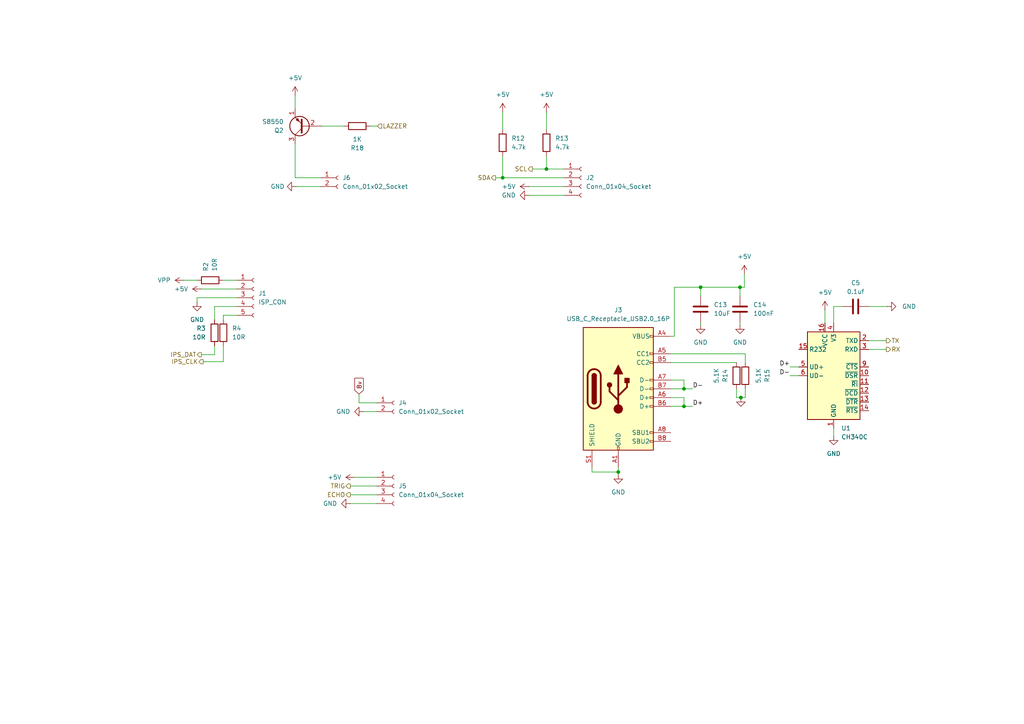
<source format=kicad_sch>
(kicad_sch (version 20231120) (generator "eeschema") (generator_version "8.0")
  (paper "A4")
  (title_block (title "HEADER") (date "2025-02-02"))
  (lib_symbols
    (symbol "+5V_1" (power) (pin_numbers hide) (pin_names (offset 0) hide)
      (property "Value" "+5V" (at 0 3.556 0))
      (symbol "+5V_1_0_1"
        (polyline (pts (xy -0.762 1.27) (xy 0 2.54)))
        (polyline (pts (xy 0 0) (xy 0 2.54)))
        (polyline (pts (xy 0 2.54) (xy 0.762 1.27)))
      )
      (symbol "+5V_1_1_1"
        (pin power_in line (at 0 0 90) (length 0) (name "~") (number "1"))
      )
    )
    (symbol "Connector:Conn_01x02_Socket" (pin_names (offset 1.016) hide)
      (property "Reference" "J" (at 0 2.54 0))
      (property "Value" "Conn_01x02_Socket" (at 0 -5.08 0))
      (symbol "Conn_01x02_Socket_1_1"
        (arc (start 0 -2.032) (mid -0.5058 -2.54) (end 0 -3.048) (stroke (width 0.1524)))
        (polyline (pts (xy -1.27 -2.54) (xy -0.508 -2.54)) (stroke (width 0.1524)))
        (polyline (pts (xy -1.27 0) (xy -0.508 0)) (stroke (width 0.1524)))
        (arc (start 0 0.508) (mid -0.5058 0) (end 0 -0.508) (stroke (width 0.1524)))
        (pin passive line (at -5.08 0 0) (length 3.81) (name "Pin_1") (number "1"))
        (pin passive line (at -5.08 -2.54 0) (length 3.81) (name "Pin_2") (number "2"))
      )
    )
    (symbol "Connector:Conn_01x04_Socket" (pin_names (offset 1.016) hide)
      (property "Reference" "J" (at 0 5.08 0))
      (property "Value" "Conn_01x04_Socket" (at 0 -7.62 0))
      (symbol "Conn_01x04_Socket_1_1"
        (arc (start 0 -4.572) (mid -0.5058 -5.08) (end 0 -5.588) (stroke (width 0.1524)))
        (arc (start 0 -2.032) (mid -0.5058 -2.54) (end 0 -3.048) (stroke (width 0.1524)))
        (polyline (pts (xy -1.27 -5.08) (xy -0.508 -5.08)) (stroke (width 0.1524)))
        (polyline (pts (xy -1.27 -2.54) (xy -0.508 -2.54)) (stroke (width 0.1524)))
        (polyline (pts (xy -1.27 0) (xy -0.508 0)) (stroke (width 0.1524)))
        (polyline (pts (xy -1.27 2.54) (xy -0.508 2.54)) (stroke (width 0.1524)))
        (arc (start 0 0.508) (mid -0.5058 0) (end 0 -0.508) (stroke (width 0.1524)))
        (arc (start 0 3.048) (mid -0.5058 2.54) (end 0 2.032) (stroke (width 0.1524)))
        (pin passive line (at -5.08 2.54 0) (length 3.81) (name "Pin_1") (number "1"))
        (pin passive line (at -5.08 0 0) (length 3.81) (name "Pin_2") (number "2"))
        (pin passive line (at -5.08 -2.54 0) (length 3.81) (name "Pin_3") (number "3"))
        (pin passive line (at -5.08 -5.08 0) (length 3.81) (name "Pin_4") (number "4"))
      )
    )
    (symbol "Connector:Conn_01x05_Socket" (pin_names (offset 1.016) hide)
      (property "Reference" "J" (at 0 7.62 0))
      (property "Value" "Conn_01x05_Socket" (at 0 -7.62 0))
      (symbol "Conn_01x05_Socket_1_1"
        (arc (start 0 -4.572) (mid -0.5058 -5.08) (end 0 -5.588) (stroke (width 0.1524)))
        (arc (start 0 -2.032) (mid -0.5058 -2.54) (end 0 -3.048) (stroke (width 0.1524)))
        (polyline (pts (xy -1.27 -5.08) (xy -0.508 -5.08)) (stroke (width 0.1524)))
        (polyline (pts (xy -1.27 -2.54) (xy -0.508 -2.54)) (stroke (width 0.1524)))
        (polyline (pts (xy -1.27 0) (xy -0.508 0)) (stroke (width 0.1524)))
        (polyline (pts (xy -1.27 2.54) (xy -0.508 2.54)) (stroke (width 0.1524)))
        (polyline (pts (xy -1.27 5.08) (xy -0.508 5.08)) (stroke (width 0.1524)))
        (arc (start 0 0.508) (mid -0.5058 0) (end 0 -0.508) (stroke (width 0.1524)))
        (arc (start 0 3.048) (mid -0.5058 2.54) (end 0 2.032) (stroke (width 0.1524)))
        (arc (start 0 5.588) (mid -0.5058 5.08) (end 0 4.572) (stroke (width 0.1524)))
        (pin passive line (at -5.08 5.08 0) (length 3.81) (name "Pin_1") (number "1"))
        (pin passive line (at -5.08 2.54 0) (length 3.81) (name "Pin_2") (number "2"))
        (pin passive line (at -5.08 0 0) (length 3.81) (name "Pin_3") (number "3"))
        (pin passive line (at -5.08 -2.54 0) (length 3.81) (name "Pin_4") (number "4"))
        (pin passive line (at -5.08 -5.08 0) (length 3.81) (name "Pin_5") (number "5"))
      )
    )
    (symbol "Connector:USB_C_Receptacle_USB2.0_16P" (pin_names (offset 1.016))
      (property "Reference" "J" (at 0 22.225 0))
      (property "Value" "USB_C_Receptacle_USB2.0_16P" (at 0 19.685 0))
      (symbol "USB_C_Receptacle_USB2.0_16P_0_0"
        (rectangle (start -0.254 -17.78) (end 0.254 -16.764))
        (rectangle (start 10.16 -14.986) (end 9.144 -15.494))
        (rectangle (start 10.16 -12.446) (end 9.144 -12.954))
        (rectangle (start 10.16 -4.826) (end 9.144 -5.334))
        (rectangle (start 10.16 -2.286) (end 9.144 -2.794))
        (rectangle (start 10.16 0.254) (end 9.144 -0.254))
        (rectangle (start 10.16 2.794) (end 9.144 2.286))
        (rectangle (start 10.16 7.874) (end 9.144 7.366))
        (rectangle (start 10.16 10.414) (end 9.144 9.906))
        (rectangle (start 10.16 15.494) (end 9.144 14.986))
      )
      (symbol "USB_C_Receptacle_USB2.0_16P_0_1"
        (rectangle (start -10.16 17.78) (end 10.16 -17.78) (stroke (width 0.254)) (fill (type background)))
        (arc (start -8.89 -3.81) (mid -6.985 -5.7067) (end -5.08 -3.81) (stroke (width 0.508)))
        (arc (start -7.62 -3.81) (mid -6.985 -4.4423) (end -6.35 -3.81) (stroke (width 0.254)))
        (arc (start -7.62 -3.81) (mid -6.985 -4.4423) (end -6.35 -3.81) (stroke (width 0.254)) (fill (type outline)))
        (rectangle (start -7.62 -3.81) (end -6.35 3.81) (stroke (width 0.254)) (fill (type outline)))
        (arc (start -6.35 3.81) (mid -6.985 4.4423) (end -7.62 3.81) (stroke (width 0.254)))
        (arc (start -6.35 3.81) (mid -6.985 4.4423) (end -7.62 3.81) (stroke (width 0.254)) (fill (type outline)))
        (arc (start -5.08 3.81) (mid -6.985 5.7067) (end -8.89 3.81) (stroke (width 0.508)))
        (circle (center -2.54 1.143) (radius 0.635) (stroke (width 0.254)) (fill (type outline)))
        (circle (center 0 -5.842) (radius 1.27) (fill (type outline)))
        (polyline (pts (xy -8.89 -3.81) (xy -8.89 3.81)) (stroke (width 0.508)))
        (polyline (pts (xy -5.08 3.81) (xy -5.08 -3.81)) (stroke (width 0.508)))
        (polyline (pts (xy 0 -5.842) (xy 0 4.318)) (stroke (width 0.508)))
        (polyline (pts (xy 0 -3.302) (xy -2.54 -0.762) (xy -2.54 0.508)) (stroke (width 0.508)))
        (polyline (pts (xy 0 -2.032) (xy 2.54 0.508) (xy 2.54 1.778)) (stroke (width 0.508)))
        (polyline (pts (xy -1.27 4.318) (xy 0 6.858) (xy 1.27 4.318) (xy -1.27 4.318)) (stroke (width 0.254)) (fill (type outline)))
        (rectangle (start 1.905 1.778) (end 3.175 3.048) (stroke (width 0.254)) (fill (type outline)))
      )
      (symbol "USB_C_Receptacle_USB2.0_16P_1_1"
        (pin passive line (at 0 -22.86 90) (length 5.08) (name "GND") (number "A1"))
        (pin passive line (at 0 -22.86 90) (length 5.08) hide (name "GND") (number "A12"))
        (pin passive line (at 15.24 15.24 180) (length 5.08) (name "VBUS") (number "A4"))
        (pin bidirectional line (at 15.24 10.16 180) (length 5.08) (name "CC1") (number "A5"))
        (pin bidirectional line (at 15.24 -2.54 180) (length 5.08) (name "D+") (number "A6"))
        (pin bidirectional line (at 15.24 2.54 180) (length 5.08) (name "D-") (number "A7"))
        (pin bidirectional line (at 15.24 -12.7 180) (length 5.08) (name "SBU1") (number "A8"))
        (pin passive line (at 15.24 15.24 180) (length 5.08) hide (name "VBUS") (number "A9"))
        (pin passive line (at 0 -22.86 90) (length 5.08) hide (name "GND") (number "B1"))
        (pin passive line (at 0 -22.86 90) (length 5.08) hide (name "GND") (number "B12"))
        (pin passive line (at 15.24 15.24 180) (length 5.08) hide (name "VBUS") (number "B4"))
        (pin bidirectional line (at 15.24 7.62 180) (length 5.08) (name "CC2") (number "B5"))
        (pin bidirectional line (at 15.24 -5.08 180) (length 5.08) (name "D+") (number "B6"))
        (pin bidirectional line (at 15.24 0 180) (length 5.08) (name "D-") (number "B7"))
        (pin bidirectional line (at 15.24 -15.24 180) (length 5.08) (name "SBU2") (number "B8"))
        (pin passive line (at 15.24 15.24 180) (length 5.08) hide (name "VBUS") (number "B9"))
        (pin passive line (at -7.62 -22.86 90) (length 5.08) (name "SHIELD") (number "S1"))
      )
    )
    (symbol "Device:C" (pin_numbers hide) (pin_names (offset 0.254))
      (property "Reference" "C" (at 0.635 2.54 0))
      (property "Value" "C" (at 0.635 -2.54 0))
      (symbol "C_0_1"
        (polyline (pts (xy -2.032 -0.762) (xy 2.032 -0.762)) (stroke (width 0.508)))
        (polyline (pts (xy -2.032 0.762) (xy 2.032 0.762)) (stroke (width 0.508)))
      )
      (symbol "C_1_1"
        (pin passive line (at 0 3.81 270) (length 2.794) (name "~") (number "1"))
        (pin passive line (at 0 -3.81 90) (length 2.794) (name "~") (number "2"))
      )
    )
    (symbol "Device:R" (pin_numbers hide) (pin_names (offset 0))
      (property "Reference" "R" (at 2.032 0 90))
      (property "Value" "R" (at 0 0 90))
      (symbol "R_0_1"
        (rectangle (start -1.016 -2.54) (end 1.016 2.54) (stroke (width 0.254)))
      )
      (symbol "R_1_1"
        (pin passive line (at 0 3.81 270) (length 1.27) (name "~") (number "1"))
        (pin passive line (at 0 -3.81 90) (length 1.27) (name "~") (number "2"))
      )
    )
    (symbol "GND_1" (power) (pin_numbers hide) (pin_names (offset 0) hide)
      (property "Value" "GND" (at 0 -3.81 0))
      (symbol "GND_1_0_1"
        (polyline (pts (xy 0 0) (xy 0 -1.27) (xy 1.27 -1.27) (xy 0 -2.54) (xy -1.27 -1.27) (xy 0 -1.27)))
      )
      (symbol "GND_1_1_1"
        (pin power_in line (at 0 0 270) (length 0) (name "~") (number "1"))
      )
    )
    (symbol "GND_2" (power) (pin_numbers hide) (pin_names (offset 0) hide)
      (property "Value" "GND" (at 0 -3.81 0))
      (symbol "GND_2_0_1"
        (polyline (pts (xy 0 0) (xy 0 -1.27) (xy 1.27 -1.27) (xy 0 -2.54) (xy -1.27 -1.27) (xy 0 -1.27)))
      )
      (symbol "GND_2_1_1"
        (pin power_in line (at 0 0 270) (length 0) (name "~") (number "1"))
      )
    )
    (symbol "GND_3" (power) (pin_numbers hide) (pin_names (offset 0) hide)
      (property "Value" "GND" (at 0 -3.81 0))
      (symbol "GND_3_0_1"
        (polyline (pts (xy 0 0) (xy 0 -1.27) (xy 1.27 -1.27) (xy 0 -2.54) (xy -1.27 -1.27) (xy 0 -1.27)))
      )
      (symbol "GND_3_1_1"
        (pin power_in line (at 0 0 270) (length 0) (name "~") (number "1"))
      )
    )
    (symbol "Interface_USB:CH340C"
      (property "Reference" "U" (at -5.08 13.97 0))
      (property "Value" "CH340C" (at 1.27 13.97 0))
      (symbol "CH340C_0_1"
        (rectangle (start -7.62 12.7) (end 7.62 -12.7) (stroke (width 0.254)) (fill (type background)))
      )
      (symbol "CH340C_1_1"
        (pin power_in line (at 0 -15.24 90) (length 2.54) (name "GND") (number "1"))
        (pin input line (at 10.16 0 180) (length 2.54) (name "~{DSR}") (number "10"))
        (pin input line (at 10.16 -2.54 180) (length 2.54) (name "~{RI}") (number "11"))
        (pin input line (at 10.16 -5.08 180) (length 2.54) (name "~{DCD}") (number "12"))
        (pin output line (at 10.16 -7.62 180) (length 2.54) (name "~{DTR}") (number "13"))
        (pin output line (at 10.16 -10.16 180) (length 2.54) (name "~{RTS}") (number "14"))
        (pin input line (at -10.16 7.62 0) (length 2.54) (name "R232") (number "15"))
        (pin power_in line (at -2.54 15.24 270) (length 2.54) (name "VCC") (number "16"))
        (pin output line (at 10.16 10.16 180) (length 2.54) (name "TXD") (number "2"))
        (pin input line (at 10.16 7.62 180) (length 2.54) (name "RXD") (number "3"))
        (pin power_out line (at 0 15.24 270) (length 2.54) (name "V3") (number "4"))
        (pin bidirectional line (at -10.16 2.54 0) (length 2.54) (name "UD+") (number "5"))
        (pin bidirectional line (at -10.16 0 0) (length 2.54) (name "UD-") (number "6"))
        (pin no_connect line (at -7.62 -5.08 0) (length 2.54) hide (name "NC") (number "7"))
        (pin no_connect line (at -7.62 -7.62 0) (length 2.54) hide (name "NC") (number "8"))
        (pin input line (at 10.16 2.54 180) (length 2.54) (name "~{CTS}") (number "9"))
      )
    )
    (symbol "Transistor_BJT:S8550" (pin_names (offset 0) hide)
      (property "Reference" "Q" (at 5.08 1.905 0))
      (property "Value" "S8550" (at 5.08 0 0))
      (symbol "S8550_0_1"
        (polyline (pts (xy 0 0) (xy 0.635 0)))
        (polyline (pts (xy 2.54 -2.54) (xy 0.635 -0.635)))
        (polyline (pts (xy 2.54 2.54) (xy 0.635 0.635)))
        (polyline (pts (xy 0.635 1.905) (xy 0.635 -1.905) (xy 0.635 -1.905)) (stroke (width 0.508)) (fill (type outline)))
        (polyline (pts (xy 1.778 -2.286) (xy 2.286 -1.778) (xy 1.27 -1.27) (xy 1.778 -2.286) (xy 1.778 -2.286)) (fill (type outline)))
        (circle (center 1.27 0) (radius 2.8194) (stroke (width 0.254)))
      )
      (symbol "S8550_1_1"
        (pin passive line (at 2.54 -5.08 90) (length 2.54) (name "E") (number "1"))
        (pin input line (at -5.08 0 0) (length 5.08) (name "B") (number "2"))
        (pin passive line (at 2.54 5.08 270) (length 2.54) (name "C") (number "3"))
      )
    )
    (symbol "power:+5V" (power) (pin_names (offset 0))
      (property "Value" "+5V" (at 0 3.556 0))
      (symbol "+5V_0_1"
        (polyline (pts (xy -0.762 1.27) (xy 0 2.54)))
        (polyline (pts (xy 0 0) (xy 0 2.54)))
        (polyline (pts (xy 0 2.54) (xy 0.762 1.27)))
      )
      (symbol "+5V_1_1"
        (pin power_in line (at 0 0 90) (length 0) hide (name "+5V") (number "1"))
      )
    )
    (symbol "power:GND" (power) (pin_names (offset 0))
      (property "Value" "GND" (at 0 -3.81 0))
      (symbol "GND_0_1"
        (polyline (pts (xy 0 0) (xy 0 -1.27) (xy 1.27 -1.27) (xy 0 -2.54) (xy -1.27 -1.27) (xy 0 -1.27)))
      )
      (symbol "GND_1_1"
        (pin power_in line (at 0 0 270) (length 0) hide (name "GND") (number "1"))
      )
    )
    (symbol "power:VPP" (power) (pin_names (offset 0))
      (property "Value" "VPP" (at 0 3.81 0))
      (symbol "VPP_0_1"
        (polyline (pts (xy -0.762 1.27) (xy 0 2.54)))
        (polyline (pts (xy 0 0) (xy 0 2.54)))
        (polyline (pts (xy 0 2.54) (xy 0.762 1.27)))
      )
      (symbol "VPP_1_1"
        (pin power_in line (at 0 0 90) (length 0) hide (name "VPP") (number "1"))
      )
    )
  )
  (junction (at 203.2 83.312))
  (junction (at 214.63 83.312))
  (junction (at 198.374 117.856))
  (junction (at 179.324 136.906))
  (junction (at 158.496 49.022))
  (junction (at 198.374 112.776))
  (junction (at 145.796 51.562))
  (junction (at 214.884 115.316))
  (wire (pts (xy 194.564 112.776) (xy 198.374 112.776)))
  (wire (pts (xy 203.2 83.312) (xy 203.2 85.852)))
  (wire (pts (xy 179.324 136.906) (xy 179.324 137.668)))
  (wire (pts (xy 109.22 116.84) (xy 104.14 116.84)))
  (wire (pts (xy 101.6 140.97) (xy 109.22 140.97)))
  (wire (pts (xy 251.968 98.806) (xy 257.048 98.806)))
  (wire (pts (xy 53.34 81.28) (xy 57.15 81.28)))
  (wire (pts (xy 229.108 108.966) (xy 231.648 108.966)))
  (wire (pts (xy 158.496 32.512) (xy 158.496 37.592)))
  (wire (pts (xy 64.77 91.44) (xy 68.58 91.44)))
  (wire (pts (xy 62.23 88.9) (xy 68.58 88.9)))
  (wire (pts (xy 145.796 51.562) (xy 163.576 51.562)))
  (wire (pts (xy 68.58 81.28) (xy 64.77 81.28)))
  (wire (pts (xy 171.704 136.906) (xy 179.324 136.906)))
  (wire (pts (xy 214.63 93.472) (xy 214.63 94.234)))
  (wire (pts (xy 153.416 54.102) (xy 163.576 54.102)))
  (wire (pts (xy 143.764 51.562) (xy 145.796 51.562)))
  (wire (pts (xy 214.63 83.312) (xy 215.9 83.312)))
  (wire (pts (xy 241.808 93.726) (xy 241.808 88.9)))
  (wire (pts (xy 213.614 112.776) (xy 213.614 115.316)))
  (wire (pts (xy 85.852 54.102) (xy 92.964 54.102)))
  (wire (pts (xy 145.796 45.212) (xy 145.796 51.562)))
  (wire (pts (xy 239.268 89.916) (xy 239.268 93.726)))
  (wire (pts (xy 62.23 100.33) (xy 62.23 102.87)))
  (wire (pts (xy 241.808 88.9) (xy 244.348 88.9)))
  (wire (pts (xy 101.6 143.51) (xy 109.22 143.51)))
  (wire (pts (xy 92.964 51.562) (xy 85.598 51.562)))
  (wire (pts (xy 109.474 36.576) (xy 107.442 36.576)))
  (wire (pts (xy 85.598 31.496) (xy 85.598 27.686)))
  (wire (pts (xy 179.324 135.636) (xy 179.324 136.906)))
  (wire (pts (xy 62.23 88.9) (xy 62.23 92.71)))
  (wire (pts (xy 194.564 115.316) (xy 198.374 115.316)))
  (wire (pts (xy 102.87 138.43) (xy 109.22 138.43)))
  (wire (pts (xy 105.41 119.38) (xy 109.22 119.38)))
  (wire (pts (xy 229.108 106.426) (xy 231.648 106.426)))
  (wire (pts (xy 57.15 87.63) (xy 57.15 86.36)))
  (wire (pts (xy 85.598 41.656) (xy 85.598 51.562)))
  (wire (pts (xy 158.496 45.212) (xy 158.496 49.022)))
  (wire (pts (xy 203.2 83.312) (xy 214.63 83.312)))
  (wire (pts (xy 64.77 104.902) (xy 58.928 104.902)))
  (wire (pts (xy 194.564 110.236) (xy 198.374 110.236)))
  (wire (pts (xy 145.796 32.512) (xy 145.796 37.592)))
  (wire (pts (xy 194.564 102.616) (xy 216.154 102.616)))
  (wire (pts (xy 214.63 83.312) (xy 214.63 85.852)))
  (wire (pts (xy 257.302 88.9) (xy 251.968 88.9)))
  (wire (pts (xy 241.808 124.206) (xy 241.808 126.492)))
  (wire (pts (xy 99.822 36.576) (xy 93.218 36.576)))
  (wire (pts (xy 101.6 146.05) (xy 109.22 146.05)))
  (wire (pts (xy 198.374 117.856) (xy 198.374 115.316)))
  (wire (pts (xy 213.614 115.316) (xy 214.884 115.316)))
  (wire (pts (xy 214.884 115.316) (xy 216.154 115.316)))
  (wire (pts (xy 203.2 93.472) (xy 203.2 94.234)))
  (wire (pts (xy 251.968 101.346) (xy 257.048 101.346)))
  (wire (pts (xy 62.23 102.87) (xy 58.42 102.87)))
  (wire (pts (xy 104.14 114.3) (xy 104.14 116.84)))
  (wire (pts (xy 198.374 110.236) (xy 198.374 112.776)))
  (wire (pts (xy 195.58 83.312) (xy 203.2 83.312)))
  (wire (pts (xy 195.58 83.312) (xy 195.58 97.536)))
  (wire (pts (xy 171.704 135.636) (xy 171.704 136.906)))
  (wire (pts (xy 194.564 105.156) (xy 213.614 105.156)))
  (wire (pts (xy 154.432 49.022) (xy 158.496 49.022)))
  (wire (pts (xy 215.9 83.312) (xy 215.9 79.502)))
  (wire (pts (xy 58.42 83.82) (xy 68.58 83.82)))
  (wire (pts (xy 57.15 86.36) (xy 68.58 86.36)))
  (wire (pts (xy 158.496 49.022) (xy 163.576 49.022)))
  (wire (pts (xy 216.154 102.616) (xy 216.154 105.156)))
  (wire (pts (xy 194.564 117.856) (xy 198.374 117.856)))
  (wire (pts (xy 64.77 91.44) (xy 64.77 92.71)))
  (wire (pts (xy 216.154 115.316) (xy 216.154 112.776)))
  (wire (pts (xy 64.77 100.33) (xy 64.77 104.902)))
  (wire (pts (xy 153.416 56.642) (xy 163.576 56.642)))
  (wire (pts (xy 198.374 112.776) (xy 200.914 112.776)))
  (wire (pts (xy 195.58 97.536) (xy 194.564 97.536)))
  (wire (pts (xy 198.374 117.856) (xy 200.914 117.856)))
  (label "D+" (at 200.914 117.856 0))
  (label "D-" (at 229.108 108.966 180))
  (label "D-" (at 200.914 112.776 0))
  (label "D+" (at 229.108 106.426 180))
  (global_label "8v" (shape input) (at 104.14 114.3 90) (property "Intersheetrefs" "${INTERSHEET_REFS}" (effects (hide yes))))
  (hierarchical_label "RX" (shape output) (at 257.048 101.346 0))
  (hierarchical_label "ECHO" (shape output) (at 101.6 143.51 180))
  (hierarchical_label "LAZZER" (shape input) (at 109.474 36.576 0))
  (hierarchical_label "SCL" (shape output) (at 154.432 49.022 180))
  (hierarchical_label "IPS_CLK" (shape output) (at 58.928 104.902 180))
  (hierarchical_label "TX" (shape output) (at 257.048 98.806 0))
  (hierarchical_label "SDA" (shape output) (at 143.764 51.562 180))
  (hierarchical_label "TRIG" (shape output) (at 101.6 140.97 180))
  (hierarchical_label "IPS_DAT" (shape output) (at 58.42 102.87 180))
  (symbol (lib_id "Connector:Conn_01x02_Socket") (at 114.3 116.84 0) (unit 1)
    (property "Reference" "J4" (at 115.57 116.8399 0) (effects (justify left)))
    (property "Value" "Conn_01x02_Socket" (at 115.57 119.3799 0) (effects (justify left)))
    (property "Footprint" "JST-254:JST 2" (effects (hide yes)))
    (property "Description" "Generic connector, single row, 01x02, script generated" (effects (hide yes)))
  )
  (symbol (lib_id "Device:R") (at 213.614 108.966 0) (unit 1)
    (property "Reference" "R14" (at 210.312 108.966 90))
    (property "Value" "5.1K" (at 207.772 108.966 90))
    (property "Footprint" "Capacitor_SMD:C_0603_1608Metric" (effects (hide yes)))
    (property "Description" "Resistor" (effects (hide yes)))
  )
  (symbol (lib_name "GND_2") (lib_id "power:GND") (at 257.302 88.9 90) (unit 1)
    (property "Reference" "#PWR024" (effects (hide yes)))
    (property "Value" "GND" (at 261.62 88.8999 90) (effects (justify right)))
    (property "Description" "Power symbol creates a global label with name \"GND\" , ground" (effects (hide yes)))
  )
  (symbol (lib_id "Connector:Conn_01x04_Socket") (at 114.3 140.97 0) (unit 1)
    (property "Reference" "J5" (at 115.57 140.9699 0) (effects (justify left)))
    (property "Value" "Conn_01x04_Socket" (at 115.57 143.5099 0) (effects (justify left)))
    (property "Footprint" "JST-254:JST 4" (effects (hide yes)))
    (property "Description" "Generic connector, single row, 01x04, script generated" (effects (hide yes)))
  )
  (symbol (lib_id "power:GND") (at 203.2 94.234 0) (unit 1)
    (property "Reference" "#PWR020" (effects (hide yes)))
    (property "Value" "GND" (at 203.2 99.314 0))
    (property "Description" "Power symbol creates a global label with name \"GND\" , ground" (effects (hide yes)))
  )
  (symbol (lib_id "Device:R") (at 216.154 108.966 180) (unit 1)
    (property "Reference" "R15" (at 222.504 108.966 90))
    (property "Value" "5.1K" (at 219.964 108.966 90))
    (property "Footprint" "Capacitor_SMD:C_0603_1608Metric" (effects (hide yes)))
    (property "Description" "Resistor" (effects (hide yes)))
  )
  (symbol (lib_id "Connector:USB_C_Receptacle_USB2.0_16P") (at 179.324 112.776 0) (unit 1)
    (property "Reference" "J3" (at 179.324 89.916 0))
    (property "Value" "USB_C_Receptacle_USB2.0_16P" (at 179.324 92.456 0))
    (property "Footprint" "Connector_USB:USB_C_Receptacle_GCT_USB4105-xx-A_16P_TopMnt_Horizontal" (effects (hide yes)))
    (property "Datasheet" "https://www.usb.org/sites/default/files/documents/usb_type-c.zip" (effects (hide yes)))
    (property "Description" "USB 2.0-only 16P Type-C Receptacle connector" (effects (hide yes)))
  )
  (symbol (lib_id "power:+5V") (at 85.598 27.686 0) (unit 1)
    (property "Reference" "#PWR035" (effects (hide yes)))
    (property "Value" "+5V" (at 85.598 22.606 0))
  )
  (symbol (lib_name "+5V_1") (lib_id "power:+5V") (at 145.796 32.512 0) (unit 1)
    (property "Reference" "#PWR012" (effects (hide yes)))
    (property "Value" "+5V" (at 145.796 27.432 0))
    (property "Description" "Power symbol creates a global label with name \"+5V\"" (effects (hide yes)))
  )
  (symbol (lib_id "power:VPP") (at 53.34 81.28 90) (unit 1)
    (property "Reference" "#PWR09" (effects (hide yes)))
    (property "Value" "VPP" (at 49.53 81.28 90) (effects (justify left)))
  )
  (symbol (lib_id "power:GND") (at 179.324 137.668 0) (unit 1)
    (property "Reference" "#PWR019" (effects (hide yes)))
    (property "Value" "GND" (at 179.324 142.748 0))
    (property "Description" "Power symbol creates a global label with name \"GND\" , ground" (effects (hide yes)))
  )
  (symbol (lib_id "Device:R") (at 103.632 36.576 270) (unit 1)
    (property "Reference" "R18" (at 103.632 42.926 90))
    (property "Value" "1K" (at 103.632 40.386 90))
    (property "Footprint" "Capacitor_SMD:C_0603_1608Metric" (effects (hide yes)))
  )
  (symbol (lib_name "+5V_1") (lib_id "power:+5V") (at 158.496 32.512 0) (unit 1)
    (property "Reference" "#PWR018" (effects (hide yes)))
    (property "Value" "+5V" (at 158.496 27.432 0))
    (property "Description" "Power symbol creates a global label with name \"+5V\"" (effects (hide yes)))
  )
  (symbol (lib_name "+5V_1") (lib_id "power:+5V") (at 102.87 138.43 90) (unit 1)
    (property "Reference" "#PWR033" (effects (hide yes)))
    (property "Value" "+5V" (at 99.06 138.4299 90) (effects (justify left)))
    (property "Description" "Power symbol creates a global label with name \"+5V\"" (effects (hide yes)))
  )
  (symbol (lib_name "GND_2") (lib_id "power:GND") (at 101.6 146.05 270) (unit 1)
    (property "Reference" "#PWR034" (effects (hide yes)))
    (property "Value" "GND" (at 97.79 146.0499 90) (effects (justify right)))
    (property "Description" "Power symbol creates a global label with name \"GND\" , ground" (effects (hide yes)))
  )
  (symbol (lib_id "power:+5V") (at 215.9 79.502 0) (unit 1)
    (property "Reference" "#PWR023" (effects (hide yes)))
    (property "Value" "+5V" (at 215.9 74.422 0))
    (property "Description" "Power symbol creates a global label with name \"+5V\"" (effects (hide yes)))
  )
  (symbol (lib_name "GND_3") (lib_id "power:GND") (at 85.852 54.102 270) (unit 1)
    (property "Reference" "#PWR025" (effects (hide yes)))
    (property "Value" "GND" (at 82.55 54.1019 90) (effects (justify right)))
    (property "Description" "Power symbol creates a global label with name \"GND\" , ground" (effects (hide yes)))
  )
  (symbol (lib_name "+5V_1") (lib_id "power:+5V") (at 239.268 89.916 0) (unit 1)
    (property "Reference" "#PWR026" (effects (hide yes)))
    (property "Value" "+5V" (at 239.268 84.836 0))
    (property "Description" "Power symbol creates a global label with name \"+5V\"" (effects (hide yes)))
  )
  (symbol (lib_id "Device:C") (at 248.158 88.9 90) (unit 1)
    (property "Reference" "C5" (at 248.158 82.042 90))
    (property "Value" "0.1uf" (at 248.158 84.582 90))
    (property "Description" "Unpolarized capacitor" (effects (hide yes)))
  )
  (symbol (lib_id "Device:R") (at 64.77 96.52 0) (mirror y) (unit 1)
    (property "Reference" "R4" (at 67.31 95.25 0) (effects (justify right)))
    (property "Value" "10R" (at 67.31 97.79 0) (effects (justify right)))
    (property "Footprint" "Resistor_SMD:R_0603_1608Metric" (effects (hide yes)))
    (property "LKCL" "CL05930" (effects (hide yes)))
  )
  (symbol (lib_id "power:+5V") (at 58.42 83.82 90) (unit 1)
    (property "Reference" "#PWR011" (effects (hide yes)))
    (property "Value" "+5V" (at 54.61 83.82 90) (effects (justify left)))
  )
  (symbol (lib_name "GND_1") (lib_id "power:GND") (at 153.416 56.642 270) (unit 1)
    (property "Reference" "#PWR017" (effects (hide yes)))
    (property "Value" "GND" (at 149.606 56.6419 90) (effects (justify right)))
    (property "Description" "Power symbol creates a global label with name \"GND\" , ground" (effects (hide yes)))
  )
  (symbol (lib_id "Device:R") (at 60.96 81.28 90) (mirror x) (unit 1)
    (property "Reference" "R2" (at 59.69 78.74 0) (effects (justify right)))
    (property "Value" "10R" (at 62.23 78.74 0) (effects (justify right)))
    (property "Footprint" "Resistor_SMD:R_0603_1608Metric" (effects (hide yes)))
    (property "LKCL" "CL05930" (effects (hide yes)))
  )
  (symbol (lib_id "Device:C") (at 214.63 89.662 0) (unit 1)
    (property "Reference" "C14" (at 218.44 88.3919 0) (effects (justify left)))
    (property "Value" "100nF" (at 218.44 90.9319 0) (effects (justify left)))
    (property "Footprint" "Capacitor_SMD:C_0603_1608Metric" (effects (hide yes)))
    (property "Description" "Unpolarized capacitor" (effects (hide yes)))
  )
  (symbol (lib_id "Device:R") (at 158.496 41.402 0) (unit 1)
    (property "Reference" "R13" (at 161.036 40.1319 0) (effects (justify left)))
    (property "Value" "4.7k" (at 161.036 42.6719 0) (effects (justify left)))
    (property "Footprint" "Resistor_SMD:R_0603_1608Metric" (effects (hide yes)))
    (property "Description" "Resistor" (effects (hide yes)))
  )
  (symbol (lib_name "+5V_1") (lib_id "power:+5V") (at 153.416 54.102 90) (unit 1)
    (property "Reference" "#PWR016" (effects (hide yes)))
    (property "Value" "+5V" (at 149.606 54.1019 90) (effects (justify left)))
    (property "Description" "Power symbol creates a global label with name \"+5V\"" (effects (hide yes)))
  )
  (symbol (lib_id "Connector:Conn_01x05_Socket") (at 73.66 86.36 0) (unit 1)
    (property "Reference" "J1" (at 74.93 85.09 0) (effects (justify left)))
    (property "Value" "ISP_CON" (at 74.93 87.63 0) (effects (justify left)))
    (property "Footprint" "Connector_PinHeader_2.54mm:PinHeader_1x05_P2.54mm_Vertical" (effects (hide yes)))
  )
  (symbol (lib_id "Connector:Conn_01x04_Socket") (at 168.656 51.562 0) (unit 1)
    (property "Reference" "J2" (at 169.926 51.5619 0) (effects (justify left)))
    (property "Value" "Conn_01x04_Socket" (at 169.926 54.1019 0) (effects (justify left)))
    (property "Footprint" "JST-254:JST 4" (effects (hide yes)))
    (property "Description" "Generic connector, single row, 01x04, script generated" (effects (hide yes)))
  )
  (symbol (lib_name "GND_2") (lib_id "power:GND") (at 241.808 126.492 0) (unit 1)
    (property "Reference" "#PWR027" (effects (hide yes)))
    (property "Value" "GND" (at 241.808 131.572 0))
    (property "Description" "Power symbol creates a global label with name \"GND\" , ground" (effects (hide yes)))
  )
  (symbol (lib_id "Device:R") (at 145.796 41.402 0) (unit 1)
    (property "Reference" "R12" (at 148.336 40.1319 0) (effects (justify left)))
    (property "Value" "4.7k" (at 148.336 42.6719 0) (effects (justify left)))
    (property "Footprint" "Resistor_SMD:R_0603_1608Metric" (effects (hide yes)))
    (property "Description" "Resistor" (effects (hide yes)))
  )
  (symbol (lib_id "Interface_USB:CH340C") (at 241.808 108.966 0) (unit 1)
    (property "Reference" "U1" (at 244.0021 124.206 0) (effects (justify left)))
    (property "Value" "CH340C" (at 244.0021 126.746 0) (effects (justify left)))
    (property "Footprint" "Package_SO:SOIC-16_3.9x9.9mm_P1.27mm" (effects (hide yes)))
    (property "Datasheet" "https://datasheet.lcsc.com/szlcsc/Jiangsu-Qin-Heng-CH340C_C84681.pdf" (effects (hide yes)))
    (property "Description" "USB serial converter, crystal-less, UART, SOIC-16" (effects (hide yes)))
  )
  (symbol (lib_id "power:GND") (at 214.63 94.234 0) (unit 1)
    (property "Reference" "#PWR021" (effects (hide yes)))
    (property "Value" "GND" (at 214.63 99.314 0))
    (property "Description" "Power symbol creates a global label with name \"GND\" , ground" (effects (hide yes)))
  )
  (symbol (lib_id "Connector:Conn_01x02_Socket") (at 98.044 51.562 0) (unit 1)
    (property "Reference" "J6" (at 99.314 51.5619 0) (effects (justify left)))
    (property "Value" "Conn_01x02_Socket" (at 99.314 54.1019 0) (effects (justify left)))
    (property "Footprint" "JST-254:JST 2" (effects (hide yes)))
    (property "Description" "Generic connector, single row, 01x02, script generated" (effects (hide yes)))
  )
  (symbol (lib_id "power:GND") (at 214.884 115.316 0) (unit 1)
    (property "Reference" "#PWR022" (effects (hide yes)))
    (property "Value" "GND" (effects (hide yes)))
    (property "Description" "Power symbol creates a global label with name \"GND\" , ground" (effects (hide yes)))
  )
  (symbol (lib_id "power:GND") (at 57.15 87.63 0) (unit 1)
    (property "Reference" "#PWR010" (effects (hide yes)))
    (property "Value" "GND" (at 57.15 92.71 0))
  )
  (symbol (lib_id "Device:R") (at 62.23 96.52 0) (unit 1)
    (property "Reference" "R3" (at 59.69 95.25 0) (effects (justify right)))
    (property "Value" "10R" (at 59.69 97.79 0) (effects (justify right)))
    (property "Footprint" "Resistor_SMD:R_0603_1608Metric" (effects (hide yes)))
    (property "LKCL" "CL05930" (effects (hide yes)))
  )
  (symbol (lib_id "Device:C") (at 203.2 89.662 0) (unit 1)
    (property "Reference" "C13" (at 207.01 88.3919 0) (effects (justify left)))
    (property "Value" "10uF" (at 207.01 90.9319 0) (effects (justify left)))
    (property "Footprint" "Capacitor_SMD:C_0603_1608Metric" (effects (hide yes)))
    (property "Description" "Unpolarized capacitor" (effects (hide yes)))
  )
  (symbol (lib_id "Transistor_BJT:S8550") (at 88.138 36.576 180) (unit 1)
    (property "Reference" "Q2" (at 82.296 37.846 0) (effects (justify left)))
    (property "Value" "S8550" (at 82.296 35.306 0) (effects (justify left)))
    (property "Footprint" "Package_TO_SOT_SMD:SOT-23" (effects (hide yes)))
    (property "Datasheet" "http://www.unisonic.com.tw/datasheet/S8550.pdf" (effects (hide yes)))
  )
  (symbol (lib_name "GND_2") (lib_id "power:GND") (at 105.41 119.38 270) (unit 1)
    (property "Reference" "#PWR032" (effects (hide yes)))
    (property "Value" "GND" (at 101.6 119.3799 90) (effects (justify right)))
    (property "Description" "Power symbol creates a global label with name \"GND\" , ground" (effects (hide yes)))
  )
)
</source>
